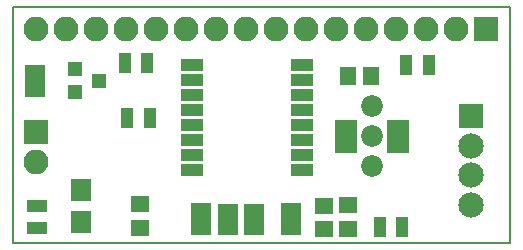
<source format=gbr>
%TF.GenerationSoftware,KiCad,Pcbnew,4.0.7*%
%TF.CreationDate,2018-11-26T14:01:30+00:00*%
%TF.ProjectId,LCD_Controller,4C43445F436F6E74726F6C6C65722E6B,rev?*%
%TF.FileFunction,Soldermask,Top*%
%FSLAX46Y46*%
G04 Gerber Fmt 4.6, Leading zero omitted, Abs format (unit mm)*
G04 Created by KiCad (PCBNEW 4.0.7) date 11/26/18 14:01:30*
%MOMM*%
%LPD*%
G01*
G04 APERTURE LIST*
%ADD10C,0.150000*%
%ADD11R,1.650000X1.400000*%
%ADD12R,1.400000X1.650000*%
%ADD13R,1.700000X1.900000*%
%ADD14R,1.900000X1.000000*%
%ADD15R,1.670000X1.370000*%
%ADD16R,2.100000X2.100000*%
%ADD17O,2.100000X2.100000*%
%ADD18R,1.100000X1.700000*%
%ADD19R,1.700000X1.100000*%
%ADD20C,1.840000*%
%ADD21R,1.300000X1.200000*%
%ADD22R,1.850000X0.850000*%
%ADD23R,2.150000X2.150000*%
%ADD24C,2.150000*%
G04 APERTURE END LIST*
D10*
X181787800Y-69189600D02*
X181787800Y-49174400D01*
X139776200Y-69189600D02*
X181787800Y-69189600D01*
X139776200Y-49174400D02*
X139776200Y-69189600D01*
X181813200Y-49174400D02*
X139776200Y-49174400D01*
D11*
X168084500Y-67979800D03*
X168084500Y-65979800D03*
X166065200Y-68017900D03*
X166065200Y-66017900D03*
X150520400Y-67890900D03*
X150520400Y-65890900D03*
D12*
X168087800Y-55029100D03*
X170087800Y-55029100D03*
D13*
X145516600Y-67402700D03*
X145516600Y-64702700D03*
D14*
X164238200Y-62953900D03*
X164238200Y-61683900D03*
X164238200Y-60413900D03*
X164238200Y-59143900D03*
X164238200Y-57873900D03*
X164238200Y-56603900D03*
X164238200Y-55333900D03*
X164238200Y-54063900D03*
X154938200Y-54063900D03*
X154938200Y-55333900D03*
X154938200Y-56603900D03*
X154938200Y-57873900D03*
X154938200Y-59143900D03*
X154938200Y-60413900D03*
X154938200Y-61683900D03*
X154938200Y-62953900D03*
D15*
X155663900Y-66504900D03*
X155663900Y-67784900D03*
X157911800Y-66517600D03*
X157911800Y-67797600D03*
X160159700Y-66517600D03*
X160159700Y-67797600D03*
D16*
X179832000Y-51054000D03*
D17*
X177292000Y-51054000D03*
X174752000Y-51054000D03*
X172212000Y-51054000D03*
X169672000Y-51054000D03*
X167132000Y-51054000D03*
X164592000Y-51054000D03*
X162052000Y-51054000D03*
X159512000Y-51054000D03*
X156972000Y-51054000D03*
X154432000Y-51054000D03*
X151892000Y-51054000D03*
X149352000Y-51054000D03*
X146812000Y-51054000D03*
X144272000Y-51054000D03*
X141732000Y-51054000D03*
D15*
X163271200Y-66504900D03*
X163271200Y-67784900D03*
D16*
X141681200Y-59804300D03*
D17*
X141681200Y-62344300D03*
D18*
X149418000Y-58623200D03*
X151318000Y-58623200D03*
X149202100Y-53962300D03*
X151102100Y-53962300D03*
D19*
X141770100Y-66029800D03*
X141770100Y-67929800D03*
D18*
X173052700Y-54127400D03*
X174952700Y-54127400D03*
X170779400Y-67818000D03*
X172679400Y-67818000D03*
D20*
X170180000Y-62687200D03*
X170180000Y-60147200D03*
X170180000Y-57607200D03*
D21*
X145011900Y-54485500D03*
X145011900Y-56385500D03*
X147011900Y-55435500D03*
D22*
X167980000Y-59184900D03*
X167980000Y-59834900D03*
X167980000Y-60484900D03*
X167980000Y-61134900D03*
X172380000Y-61134900D03*
X172380000Y-60484900D03*
X172380000Y-59834900D03*
X172380000Y-59184900D03*
D15*
X141579600Y-54820900D03*
X141579600Y-56100900D03*
D23*
X178536600Y-58445400D03*
D24*
X178536600Y-60945400D03*
X178536600Y-63445400D03*
X178536600Y-65945400D03*
M02*

</source>
